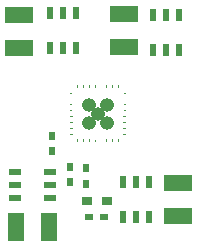
<source format=gtp>
G04 DipTrace 2.4.0.2*
%INSocialLight.gtp*%
%MOIN*%
%ADD18O,0.0475X0.0469*%
%ADD44R,0.0354X0.0315*%
%ADD46R,0.0276X0.0197*%
%ADD48R,0.0551X0.0945*%
%ADD50R,0.0433X0.0197*%
%ADD52R,0.0945X0.0551*%
%ADD54R,0.0197X0.0433*%
%ADD56R,0.0197X0.0276*%
%FSLAX44Y44*%
G04*
G70*
G90*
G75*
G01*
%LNTopPaste*%
%LPD*%
D18*
X7885Y8110D3*
X7580Y8423D3*
X7276Y8121D3*
Y8713D3*
X7890Y8720D3*
G36*
X8434Y7753D2*
X8519D1*
Y7722D1*
X8434D1*
X8430Y7723D1*
X8426Y7725D1*
X8423Y7728D1*
X8421Y7732D1*
X8420Y7736D1*
Y7739D1*
X8421Y7743D1*
X8423Y7747D1*
X8426Y7750D1*
X8430Y7752D1*
X8434Y7753D1*
G37*
G36*
Y7950D2*
X8519D1*
Y7919D1*
X8434D1*
X8430Y7920D1*
X8426Y7922D1*
X8423Y7925D1*
X8421Y7929D1*
X8420Y7933D1*
Y7936D1*
X8421Y7940D1*
X8423Y7944D1*
X8426Y7947D1*
X8430Y7949D1*
X8434Y7950D1*
G37*
G36*
Y8147D2*
X8519D1*
Y8116D1*
X8434D1*
X8430Y8117D1*
X8426Y8119D1*
X8423Y8122D1*
X8421Y8125D1*
X8420Y8130D1*
Y8133D1*
X8421Y8137D1*
X8423Y8141D1*
X8426Y8144D1*
X8430Y8145D1*
X8434Y8147D1*
G37*
G36*
Y8343D2*
X8519D1*
Y8313D1*
X8434D1*
X8430Y8314D1*
X8426Y8316D1*
X8423Y8319D1*
X8421Y8322D1*
X8420Y8326D1*
Y8330D1*
X8421Y8334D1*
X8423Y8337D1*
X8426Y8340D1*
X8430Y8342D1*
X8434Y8343D1*
G37*
G36*
Y8540D2*
X8519D1*
Y8510D1*
X8434D1*
X8430Y8511D1*
X8426Y8513D1*
X8423Y8516D1*
X8421Y8519D1*
X8420Y8523D1*
Y8527D1*
X8421Y8531D1*
X8423Y8534D1*
X8426Y8537D1*
X8430Y8539D1*
X8434Y8540D1*
G37*
G36*
Y8737D2*
X8519D1*
Y8706D1*
X8434D1*
X8430Y8708D1*
X8426Y8710D1*
X8423Y8713D1*
X8421Y8716D1*
X8420Y8720D1*
Y8724D1*
X8421Y8728D1*
X8423Y8731D1*
X8426Y8734D1*
X8430Y8736D1*
X8434Y8737D1*
G37*
G36*
Y8934D2*
X8519D1*
Y8903D1*
X8434D1*
X8430Y8904D1*
X8426Y8906D1*
X8423Y8909D1*
X8421Y8913D1*
X8420Y8917D1*
Y8920D1*
X8421Y8925D1*
X8423Y8928D1*
X8426Y8931D1*
X8430Y8933D1*
X8434Y8934D1*
G37*
G36*
Y9131D2*
X8519D1*
Y9100D1*
X8434D1*
X8430Y9101D1*
X8426Y9103D1*
X8423Y9106D1*
X8421Y9110D1*
X8420Y9114D1*
Y9117D1*
X8421Y9121D1*
X8423Y9125D1*
X8426Y9128D1*
X8430Y9130D1*
X8434Y9131D1*
G37*
G36*
X8247Y9287D2*
Y9371D1*
X8278D1*
Y9287D1*
X8277Y9283D1*
X8275Y9279D1*
X8272Y9276D1*
X8268Y9274D1*
X8264Y9273D1*
X8261D1*
X8257Y9274D1*
X8253Y9276D1*
X8250Y9279D1*
X8248Y9283D1*
X8247Y9287D1*
G37*
G36*
X8050D2*
Y9371D1*
X8081D1*
Y9287D1*
X8080Y9283D1*
X8078Y9279D1*
X8075Y9276D1*
X8072Y9274D1*
X8068Y9273D1*
X8064D1*
X8060Y9274D1*
X8057Y9276D1*
X8054Y9279D1*
X8052Y9283D1*
X8050Y9287D1*
G37*
G36*
X7854D2*
Y9371D1*
X7884D1*
Y9287D1*
X7883Y9283D1*
X7881Y9279D1*
X7878Y9276D1*
X7875Y9274D1*
X7871Y9273D1*
X7867D1*
X7863Y9274D1*
X7860Y9276D1*
X7857Y9279D1*
X7855Y9283D1*
X7854Y9287D1*
G37*
G36*
X7657D2*
Y9371D1*
X7687D1*
Y9287D1*
X7686Y9283D1*
X7684Y9279D1*
X7681Y9276D1*
X7678Y9274D1*
X7674Y9273D1*
X7670D1*
X7666Y9274D1*
X7663Y9276D1*
X7660Y9279D1*
X7658Y9283D1*
X7657Y9287D1*
G37*
G36*
X7460D2*
Y9371D1*
X7491D1*
Y9287D1*
X7489Y9283D1*
X7487Y9279D1*
X7484Y9276D1*
X7481Y9274D1*
X7477Y9273D1*
X7474D1*
X7469Y9274D1*
X7466Y9276D1*
X7463Y9279D1*
X7461Y9283D1*
X7460Y9287D1*
G37*
G36*
X7263D2*
Y9371D1*
X7294D1*
Y9287D1*
X7293Y9283D1*
X7291Y9279D1*
X7288Y9276D1*
X7284Y9274D1*
X7280Y9273D1*
X7277D1*
X7273Y9274D1*
X7269Y9276D1*
X7266Y9279D1*
X7264Y9283D1*
X7263Y9287D1*
G37*
G36*
X7066D2*
Y9371D1*
X7097D1*
Y9287D1*
X7096Y9283D1*
X7094Y9279D1*
X7091Y9276D1*
X7087Y9274D1*
X7083Y9273D1*
X7080D1*
X7076Y9274D1*
X7072Y9276D1*
X7069Y9279D1*
X7067Y9283D1*
X7066Y9287D1*
G37*
G36*
X6869D2*
Y9371D1*
X6900D1*
Y9287D1*
X6899Y9283D1*
X6897Y9279D1*
X6894Y9276D1*
X6891Y9274D1*
X6886Y9273D1*
X6883D1*
X6879Y9274D1*
X6875Y9276D1*
X6872Y9279D1*
X6870Y9283D1*
X6869Y9287D1*
G37*
G36*
X6714Y9100D2*
X6629D1*
Y9131D1*
X6714D1*
X6718Y9130D1*
X6721Y9128D1*
X6724Y9125D1*
X6726Y9121D1*
X6727Y9117D1*
Y9114D1*
X6726Y9110D1*
X6724Y9106D1*
X6721Y9103D1*
X6718Y9101D1*
X6714Y9100D1*
G37*
G36*
Y8903D2*
X6629D1*
Y8934D1*
X6714D1*
X6718Y8933D1*
X6721Y8931D1*
X6724Y8928D1*
X6726Y8925D1*
X6727Y8920D1*
Y8917D1*
X6726Y8913D1*
X6724Y8909D1*
X6721Y8906D1*
X6718Y8904D1*
X6714Y8903D1*
G37*
G36*
Y8706D2*
X6629D1*
Y8737D1*
X6714D1*
X6718Y8736D1*
X6721Y8734D1*
X6724Y8731D1*
X6726Y8728D1*
X6727Y8724D1*
Y8720D1*
X6726Y8716D1*
X6724Y8713D1*
X6721Y8710D1*
X6718Y8708D1*
X6714Y8706D1*
G37*
G36*
Y8510D2*
X6629D1*
Y8540D1*
X6714D1*
X6718Y8539D1*
X6721Y8537D1*
X6724Y8534D1*
X6726Y8531D1*
X6727Y8527D1*
Y8523D1*
X6726Y8519D1*
X6724Y8516D1*
X6721Y8513D1*
X6718Y8511D1*
X6714Y8510D1*
G37*
G36*
Y8313D2*
X6629D1*
Y8343D1*
X6714D1*
X6718Y8342D1*
X6721Y8340D1*
X6724Y8337D1*
X6726Y8334D1*
X6727Y8330D1*
Y8326D1*
X6726Y8322D1*
X6724Y8319D1*
X6721Y8316D1*
X6718Y8314D1*
X6714Y8313D1*
G37*
G36*
Y8116D2*
X6629D1*
Y8147D1*
X6714D1*
X6718Y8145D1*
X6721Y8144D1*
X6724Y8141D1*
X6726Y8137D1*
X6727Y8133D1*
Y8130D1*
X6726Y8125D1*
X6724Y8122D1*
X6721Y8119D1*
X6718Y8117D1*
X6714Y8116D1*
G37*
G36*
Y7919D2*
X6629D1*
Y7950D1*
X6714D1*
X6718Y7949D1*
X6721Y7947D1*
X6724Y7944D1*
X6726Y7940D1*
X6727Y7936D1*
Y7933D1*
X6726Y7929D1*
X6724Y7925D1*
X6721Y7922D1*
X6718Y7920D1*
X6714Y7919D1*
G37*
G36*
Y7722D2*
X6629D1*
Y7753D1*
X6714D1*
X6718Y7752D1*
X6721Y7750D1*
X6724Y7747D1*
X6726Y7743D1*
X6727Y7739D1*
Y7736D1*
X6726Y7732D1*
X6724Y7728D1*
X6721Y7725D1*
X6718Y7723D1*
X6714Y7722D1*
G37*
G36*
X6900Y7566D2*
Y7482D1*
X6869D1*
Y7566D1*
X6870Y7571D1*
X6872Y7574D1*
X6875Y7577D1*
X6879Y7579D1*
X6883Y7580D1*
X6886D1*
X6891Y7579D1*
X6894Y7577D1*
X6897Y7574D1*
X6899Y7571D1*
X6900Y7566D1*
G37*
G36*
X7097D2*
Y7482D1*
X7066D1*
Y7566D1*
X7067Y7571D1*
X7069Y7574D1*
X7072Y7577D1*
X7076Y7579D1*
X7080Y7580D1*
X7083D1*
X7087Y7579D1*
X7091Y7577D1*
X7094Y7574D1*
X7096Y7571D1*
X7097Y7566D1*
G37*
G36*
X7294D2*
Y7482D1*
X7263D1*
Y7566D1*
X7264Y7571D1*
X7266Y7574D1*
X7269Y7577D1*
X7273Y7579D1*
X7277Y7580D1*
X7280D1*
X7284Y7579D1*
X7288Y7577D1*
X7291Y7574D1*
X7293Y7571D1*
X7294Y7566D1*
G37*
G36*
X7491D2*
Y7482D1*
X7460D1*
Y7566D1*
X7461Y7571D1*
X7463Y7574D1*
X7466Y7577D1*
X7469Y7579D1*
X7474Y7580D1*
X7477D1*
X7481Y7579D1*
X7484Y7577D1*
X7487Y7574D1*
X7489Y7571D1*
X7491Y7566D1*
G37*
G36*
X7687D2*
Y7482D1*
X7657D1*
Y7566D1*
X7658Y7571D1*
X7660Y7574D1*
X7663Y7577D1*
X7666Y7579D1*
X7670Y7580D1*
X7674D1*
X7678Y7579D1*
X7681Y7577D1*
X7684Y7574D1*
X7686Y7571D1*
X7687Y7566D1*
G37*
G36*
X7884D2*
Y7482D1*
X7854D1*
Y7566D1*
X7855Y7571D1*
X7857Y7574D1*
X7860Y7577D1*
X7863Y7579D1*
X7867Y7580D1*
X7871D1*
X7875Y7579D1*
X7878Y7577D1*
X7881Y7574D1*
X7883Y7571D1*
X7884Y7566D1*
G37*
G36*
X8081D2*
Y7482D1*
X8050D1*
Y7566D1*
X8052Y7571D1*
X8054Y7574D1*
X8057Y7577D1*
X8060Y7579D1*
X8064Y7580D1*
X8068D1*
X8072Y7579D1*
X8075Y7577D1*
X8078Y7574D1*
X8080Y7571D1*
X8081Y7566D1*
G37*
G36*
X8278D2*
Y7482D1*
X8247D1*
Y7566D1*
X8248Y7571D1*
X8250Y7574D1*
X8253Y7577D1*
X8257Y7579D1*
X8261Y7580D1*
X8264D1*
X8268Y7579D1*
X8272Y7577D1*
X8275Y7574D1*
X8277Y7571D1*
X8278Y7566D1*
G37*
D56*
X7160Y6097D3*
Y6608D3*
X6635Y6663D3*
Y6151D3*
D54*
X9279Y6143D3*
X8846D3*
X8413D3*
Y4982D3*
X8846D3*
X9279D3*
D52*
X10251Y6130D3*
Y5027D3*
D54*
X9419Y10559D3*
X9852D3*
X10286D3*
Y11720D3*
X9852D3*
X9419D3*
X5975Y10622D3*
X6408D3*
X6841D3*
Y11783D3*
X6408D3*
X5975D3*
D50*
X5970Y5614D3*
Y6047D3*
Y6480D3*
X4809D3*
Y6047D3*
Y5614D3*
D52*
X4936Y10612D3*
Y11714D3*
X8441Y10643D3*
Y11745D3*
D48*
X5953Y4653D3*
X4850D3*
D56*
X6048Y7680D3*
Y7168D3*
D46*
X7774Y4983D3*
X7262D3*
D44*
X7888Y5533D3*
X7219D3*
M02*

</source>
